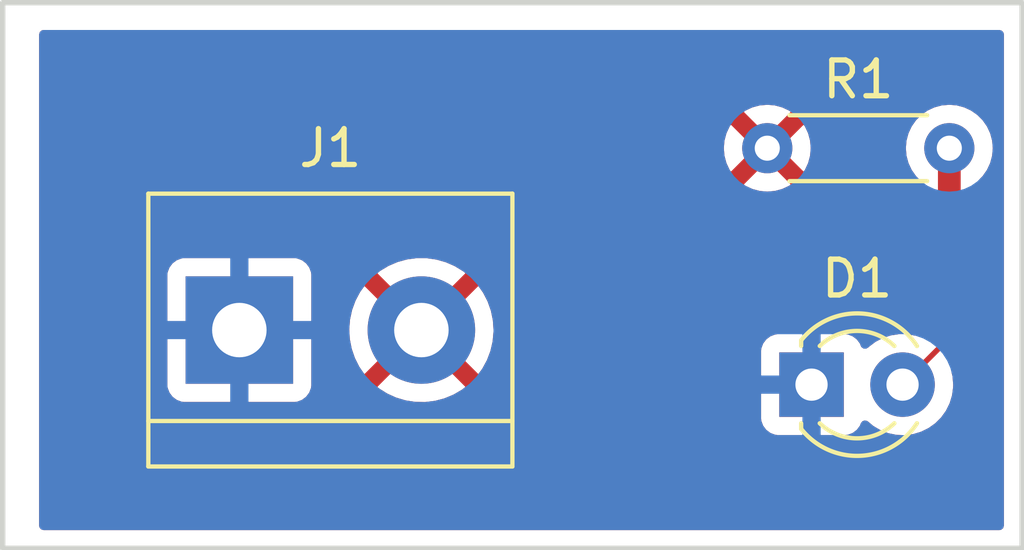
<source format=kicad_pcb>
(kicad_pcb (version 20211014) (generator pcbnew)
  (layers (0 "F.Cu" signal "Top") (31 "B.Cu" signal "Bottom") (34 "B.Paste" user) (35 "F.Paste" user) (36 "B.SilkS" user "B.Silkscreen") (37 "F.SilkS" user "F.Silkscreen") (38 "B.Mask" user) (39 "F.Mask" user) (44 "Edge.Cuts" user))
  (net 0 "")
  (net 1 "GND")
  (net 2 "Net-(D1-Pad2)")
  (net 3 "VCC")
  (footprint "LED_THT:LED_D3.0mm" (layer "F.Cu") (at 62.195 179.324)
    (fp_text reference "D1" (at 1.27 -2.96) (layer "F.SilkS"))
    (fp_text value "LED")
    (fp_line (start -0.29 1.08) (end -0.29 1.236) (layer "F.SilkS") (width 0.12))
    (fp_line (start -0.29 -1.236) (end -0.29 -1.08) (layer "F.SilkS") (width 0.12))
    (fp_arc (start -0.29 -1.235516) (mid 1.366487 -1.987659) (end 2.942335 -1.078608) (layer "F.SilkS") (width 0.12))
    (fp_arc (start 0.229039 -1.08) (mid 1.270117 -1.5) (end 2.31113 -1.079837) (layer "F.SilkS") (width 0.12))
    (fp_arc (start 2.942335 1.078608) (mid 1.366487 1.987659) (end -0.29 1.235516) (layer "F.SilkS") (width 0.12))
    (fp_arc (start 2.31113 1.079837) (mid 1.270117 1.5) (end 0.229039 1.08) (layer "F.SilkS") (width 0.12))
    (pad "1" thru_hole rect (at 0 0) (size 1.8 1.8) (drill 0.9) (layers *.Cu *.Mask) (net 1 "GND"))
    (pad "2" thru_hole circle (at 2.54 0) (size 1.8 1.8) (drill 0.9) (layers *.Cu *.Mask) (net 2 "Net-(D1-Pad2)"))
  )
  (footprint "TerminalBlock:TerminalBlock_bornier-2_P5.08mm" (layer "F.Cu") (at 46.228 177.8)
    (fp_text reference "J1" (at 2.54 -5.08) (layer "F.SilkS"))
    (fp_text value "Screw_Terminal_01x02")
    (fp_line (start 7.62 3.81) (end 7.62 -3.81) (layer "F.SilkS") (width 0.12))
    (fp_line (start 7.62 2.54) (end -2.54 2.54) (layer "F.SilkS") (width 0.12))
    (fp_line (start -2.54 -3.81) (end -2.54 3.81) (layer "F.SilkS") (width 0.12))
    (fp_line (start -2.54 3.81) (end 7.62 3.81) (layer "F.SilkS") (width 0.12))
    (fp_line (start 7.62 -3.81) (end -2.54 -3.81) (layer "F.SilkS") (width 0.12))
    (pad "1" thru_hole rect (at 0 0) (size 3 3) (drill 1.52) (layers *.Cu *.Mask) (net 1 "GND"))
    (pad "2" thru_hole circle (at 5.08 0) (size 3 3) (drill 1.52) (layers *.Cu *.Mask) (net 3 "VCC"))
  )
  (footprint "Resistor_THT:R_Axial_DIN0204_L3.6mm_D1.6mm_P5.08mm_Horizontal" (layer "F.Cu") (at 60.96 172.72)
    (fp_text reference "R1" (at 2.54 -1.92) (layer "F.SilkS"))
    (fp_text value "R")
    (fp_line (start 0.62 0.92) (end 4.46 0.92) (layer "F.SilkS") (width 0.12))
    (fp_line (start 0.62 -0.92) (end 4.46 -0.92) (layer "F.SilkS") (width 0.12))
    (pad "1" thru_hole circle (at 0 0) (size 1.4 1.4) (drill 0.7) (layers *.Cu *.Mask) (net 3 "VCC"))
    (pad "2" thru_hole oval (at 5.08 0) (size 1.4 1.4) (drill 0.7) (layers *.Cu *.Mask) (net 2 "Net-(D1-Pad2)"))
  )
  (gr_poly (pts (xy 68.072 183.896) (xy 39.624 183.896) (xy 39.624 168.656) (xy 68.072 168.656)) (layer "Edge.Cuts") (width 0.15) (fill none))
  (segment (start 66.04 172.72) (end 66.04 178.019) (width 0.635) (layer "F.Cu") (net 2))
  (segment (start 66.04 178.019) (end 64.735 179.324) (width 0.1524) (layer "F.Cu") (net 2))
  (zone (net 3) (net_name "VCC") (layer "F.Cu") (connect_pads (clearance 0.508)) (min_thickness 0.254) (fill yes (thermal_gap 0.508) (thermal_bridge_width 0.508))
    (polygon (pts (xy 67.564 183.388) (xy 40.64 183.642) (xy 40.64 169.418) (xy 67.564 169.418)))
  )
  (zone (net 1) (net_name "GND") (layer "B.Cu") (connect_pads (clearance 0.508)) (min_thickness 0.254) (fill yes (thermal_gap 0.508) (thermal_bridge_width 0.508))
    (polygon (pts (xy 67.564 183.388) (xy 40.64 183.642) (xy 40.64 169.418) (xy 67.564 169.418)))
  )
)
</source>
